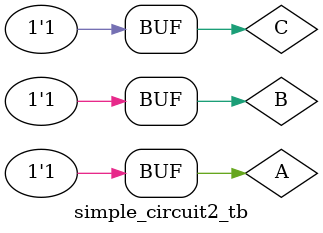
<source format=v>
module simple_circuit2_tb;
    reg A, B, C;
    wire D;
    simple_circuit2 M1 (A, B, C, D);
    initial begin
        A = 1'b0;
        B = 1'b0;
        C = 1'b0;

        #20 A = 1'b0;
        B = 1'b0;
        C = 1'b1;

        #20 A = 1'b0;
        B = 1'b1;
        C = 1'b0;

        #20 A = 1'b0;
        B = 1'b1;
        C = 1'b1;

        #20 A = 1'b1;
        B = 1'b0;
        C = 1'b0;

        #20 A = 1'b1;
        B = 1'b0;
        C = 1'b1;

        #20 A = 1'b1;
        B = 1'b1;
        C = 1'b0;

        #20 A = 1'b1;
        B = 1'b1;
        C = 1'b1;
    end
    initial begin
        $monitor($time, "A = %b, B = %b, C = %b, D = %b", A, B, C, D);
    end
    initial begin
        $dumpfile("s2.vcd");
        $dumpvars(0, simple_circuit2_tb);
    end
endmodule
</source>
